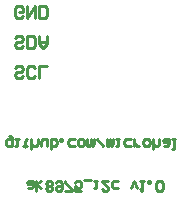
<source format=gbo>
G04 Layer_Color=13813960*
%FSLAX25Y25*%
%MOIN*%
G70*
G01*
G75*
%ADD16C,0.01000*%
D16*
X127666Y464168D02*
X126999Y463501D01*
X125666D01*
X125000Y464168D01*
Y464834D01*
X125666Y465501D01*
X126999D01*
X127666Y466167D01*
Y466834D01*
X126999Y467500D01*
X125666D01*
X125000Y466834D01*
X131665Y464168D02*
X130998Y463501D01*
X129665D01*
X128999Y464168D01*
Y466834D01*
X129665Y467500D01*
X130998D01*
X131665Y466834D01*
X132997Y463501D02*
Y467500D01*
X135663D01*
X127666Y474168D02*
X126999Y473501D01*
X125666D01*
X125000Y474168D01*
Y474834D01*
X125666Y475501D01*
X126999D01*
X127666Y476167D01*
Y476834D01*
X126999Y477500D01*
X125666D01*
X125000Y476834D01*
X128999Y473501D02*
Y477500D01*
X130998D01*
X131665Y476834D01*
Y474168D01*
X130998Y473501D01*
X128999D01*
X132997Y477500D02*
Y474834D01*
X134330Y473501D01*
X135663Y474834D01*
Y477500D01*
Y475501D01*
X132997D01*
X127666Y484168D02*
X126999Y483501D01*
X125666D01*
X125000Y484168D01*
Y486834D01*
X125666Y487500D01*
X126999D01*
X127666Y486834D01*
Y485501D01*
X126333D01*
X128999Y487500D02*
Y483501D01*
X131665Y487500D01*
Y483501D01*
X132997D02*
Y487500D01*
X134997D01*
X135663Y486834D01*
Y484168D01*
X134997Y483501D01*
X132997D01*
X129533Y426867D02*
X130599D01*
X131133Y427400D01*
Y429000D01*
X129533D01*
X129000Y428467D01*
X129533Y427934D01*
X131133D01*
X132199Y429000D02*
Y425801D01*
Y427934D02*
X133799Y426867D01*
X132199Y427934D02*
X133799Y429000D01*
X135398Y426334D02*
X135931Y425801D01*
X136997D01*
X137531Y426334D01*
Y426867D01*
X136997Y427400D01*
X137531Y427934D01*
Y428467D01*
X136997Y429000D01*
X135931D01*
X135398Y428467D01*
Y427934D01*
X135931Y427400D01*
X135398Y426867D01*
Y426334D01*
X135931Y427400D02*
X136997D01*
X138597Y428467D02*
X139130Y429000D01*
X140196D01*
X140729Y428467D01*
Y426334D01*
X140196Y425801D01*
X139130D01*
X138597Y426334D01*
Y426867D01*
X139130Y427400D01*
X140729D01*
X141796Y425801D02*
X143929D01*
Y426334D01*
X141796Y428467D01*
Y429000D01*
X147127Y425801D02*
X144995D01*
Y427400D01*
X146061Y426867D01*
X146594D01*
X147127Y427400D01*
Y428467D01*
X146594Y429000D01*
X145528D01*
X144995Y428467D01*
X148194Y429533D02*
X150327D01*
X151393Y429000D02*
X152459D01*
X151926D01*
Y426867D01*
X151393D01*
X156191Y429000D02*
X154059D01*
X156191Y426867D01*
Y426334D01*
X155658Y425801D01*
X154592D01*
X154059Y426334D01*
X159390Y426867D02*
X157791D01*
X157258Y427400D01*
Y428467D01*
X157791Y429000D01*
X159390D01*
X163655Y426867D02*
X164722Y429000D01*
X165788Y426867D01*
X166855Y429000D02*
X167921D01*
X167388D01*
Y425801D01*
X166855Y426334D01*
X169520Y429000D02*
Y428467D01*
X170053D01*
Y429000D01*
X169520D01*
X172186Y426334D02*
X172719Y425801D01*
X173785D01*
X174319Y426334D01*
Y428467D01*
X173785Y429000D01*
X172719D01*
X172186Y428467D01*
Y426334D01*
X123066Y444066D02*
X123600D01*
X124133Y443533D01*
Y440867D01*
X122533D01*
X122000Y441400D01*
Y442467D01*
X122533Y443000D01*
X124133D01*
X125199D02*
X126265D01*
X125732D01*
Y440867D01*
X125199D01*
X128398Y440334D02*
Y440867D01*
X127865D01*
X128931D01*
X128398D01*
Y442467D01*
X128931Y443000D01*
X130531Y439801D02*
Y443000D01*
Y441400D01*
X131064Y440867D01*
X132130D01*
X132663Y441400D01*
Y443000D01*
X133730Y440867D02*
Y442467D01*
X134263Y443000D01*
X135862D01*
Y440867D01*
X136928Y439801D02*
Y443000D01*
X138528D01*
X139061Y442467D01*
Y441934D01*
Y441400D01*
X138528Y440867D01*
X136928D01*
X140128Y443000D02*
Y442467D01*
X140661D01*
Y443000D01*
X140128D01*
X144926Y440867D02*
X143326D01*
X142793Y441400D01*
Y442467D01*
X143326Y443000D01*
X144926D01*
X146525D02*
X147592D01*
X148125Y442467D01*
Y441400D01*
X147592Y440867D01*
X146525D01*
X145992Y441400D01*
Y442467D01*
X146525Y443000D01*
X149191D02*
Y440867D01*
X149724D01*
X150258Y441400D01*
Y443000D01*
Y441400D01*
X150791Y440867D01*
X151324Y441400D01*
Y443000D01*
X152390D02*
X154523Y440867D01*
X155589Y443000D02*
Y440867D01*
X156122D01*
X156656Y441400D01*
Y443000D01*
Y441400D01*
X157189Y440867D01*
X157722Y441400D01*
Y443000D01*
X158788D02*
X159854D01*
X159321D01*
Y440867D01*
X158788D01*
X163587D02*
X161987D01*
X161454Y441400D01*
Y442467D01*
X161987Y443000D01*
X163587D01*
X164653Y440867D02*
Y443000D01*
Y441934D01*
X165186Y441400D01*
X165719Y440867D01*
X166252D01*
X168385Y443000D02*
X169451D01*
X169984Y442467D01*
Y441400D01*
X169451Y440867D01*
X168385D01*
X167852Y441400D01*
Y442467D01*
X168385Y443000D01*
X171051Y439801D02*
Y443000D01*
Y441400D01*
X171584Y440867D01*
X172650D01*
X173184Y441400D01*
Y443000D01*
X174783Y440867D02*
X175849D01*
X176382Y441400D01*
Y443000D01*
X174783D01*
X174250Y442467D01*
X174783Y441934D01*
X176382D01*
X177449Y443000D02*
X178515D01*
X177982D01*
Y439801D01*
X177449D01*
M02*

</source>
